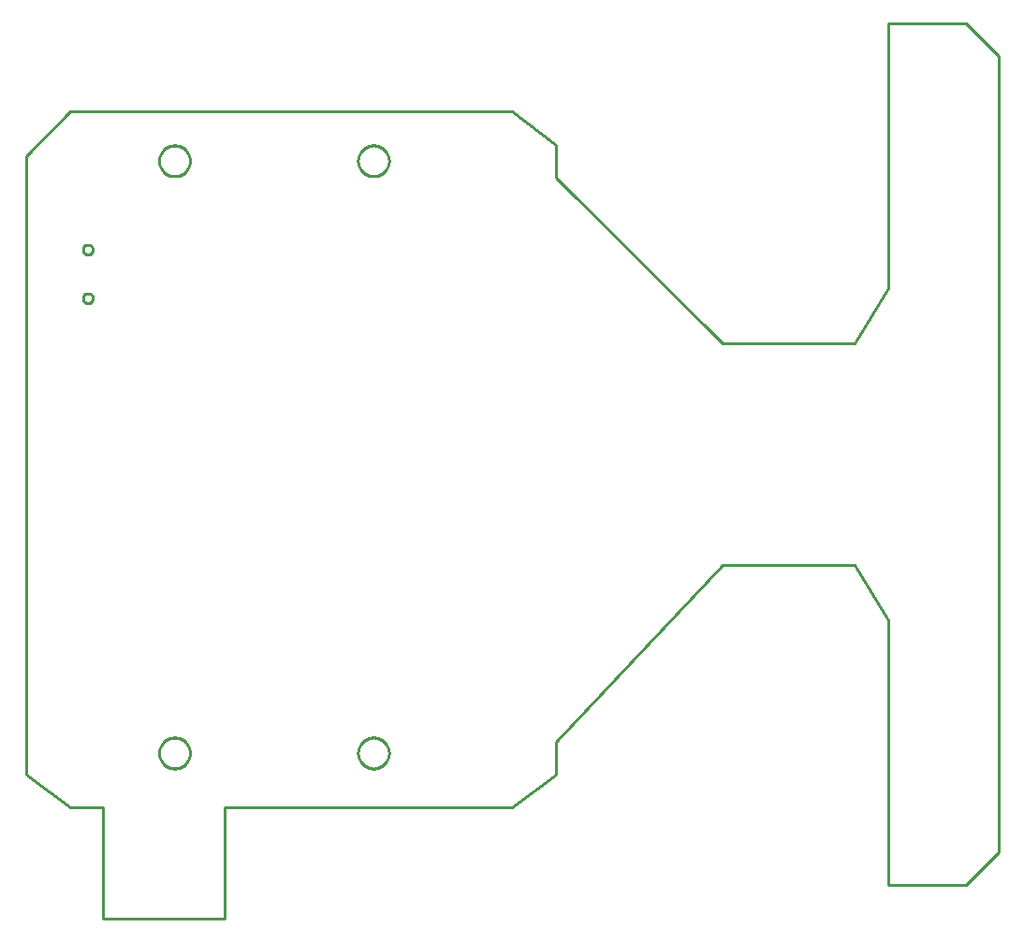
<source format=gbr>
G04 EAGLE Gerber RS-274X export*
G75*
%MOMM*%
%FSLAX34Y34*%
%LPD*%
%IN*%
%IPPOS*%
%AMOC8*
5,1,8,0,0,1.08239X$1,22.5*%
G01*
%ADD10C,0.254000*%


D10*
X0Y140000D02*
X40000Y110000D01*
X70000Y110000D01*
X70000Y10000D01*
X180000Y10000D01*
X180000Y110000D01*
X440000Y110000D01*
X480000Y140000D01*
X480000Y170000D01*
X630000Y330000D01*
X750000Y330000D01*
X780000Y280000D01*
X780000Y40000D01*
X850000Y40000D01*
X880000Y70000D01*
X880000Y790000D01*
X850000Y820000D01*
X780000Y820000D01*
X780000Y580000D01*
X750000Y530000D01*
X630000Y530000D01*
X480000Y680000D01*
X480000Y710000D01*
X440000Y740000D01*
X40000Y740000D01*
X0Y700000D01*
X0Y140000D01*
X60644Y614761D02*
X60567Y614176D01*
X60414Y613606D01*
X60189Y613061D01*
X59894Y612551D01*
X59535Y612083D01*
X59117Y611665D01*
X58649Y611306D01*
X58139Y611011D01*
X57594Y610786D01*
X57024Y610633D01*
X56439Y610556D01*
X55849Y610556D01*
X55264Y610633D01*
X54694Y610786D01*
X54149Y611011D01*
X53639Y611306D01*
X53171Y611665D01*
X52753Y612083D01*
X52394Y612551D01*
X52099Y613061D01*
X51874Y613606D01*
X51721Y614176D01*
X51644Y614761D01*
X51644Y615351D01*
X51721Y615936D01*
X51874Y616506D01*
X52099Y617051D01*
X52394Y617561D01*
X52753Y618029D01*
X53171Y618447D01*
X53639Y618806D01*
X54149Y619101D01*
X54694Y619326D01*
X55264Y619479D01*
X55849Y619556D01*
X56439Y619556D01*
X57024Y619479D01*
X57594Y619326D01*
X58139Y619101D01*
X58649Y618806D01*
X59117Y618447D01*
X59535Y618029D01*
X59894Y617561D01*
X60189Y617051D01*
X60414Y616506D01*
X60567Y615936D01*
X60644Y615351D01*
X60644Y614761D01*
X60644Y570761D02*
X60567Y570176D01*
X60414Y569606D01*
X60189Y569061D01*
X59894Y568551D01*
X59535Y568083D01*
X59117Y567665D01*
X58649Y567306D01*
X58139Y567011D01*
X57594Y566786D01*
X57024Y566633D01*
X56439Y566556D01*
X55849Y566556D01*
X55264Y566633D01*
X54694Y566786D01*
X54149Y567011D01*
X53639Y567306D01*
X53171Y567665D01*
X52753Y568083D01*
X52394Y568551D01*
X52099Y569061D01*
X51874Y569606D01*
X51721Y570176D01*
X51644Y570761D01*
X51644Y571351D01*
X51721Y571936D01*
X51874Y572506D01*
X52099Y573051D01*
X52394Y573561D01*
X52753Y574029D01*
X53171Y574447D01*
X53639Y574806D01*
X54149Y575101D01*
X54694Y575326D01*
X55264Y575479D01*
X55849Y575556D01*
X56439Y575556D01*
X57024Y575479D01*
X57594Y575326D01*
X58139Y575101D01*
X58649Y574806D01*
X59117Y574447D01*
X59535Y574029D01*
X59894Y573561D01*
X60189Y573051D01*
X60414Y572506D01*
X60567Y571936D01*
X60644Y571351D01*
X60644Y570761D01*
X148480Y694908D02*
X148409Y693911D01*
X148266Y692921D01*
X148054Y691944D01*
X147772Y690984D01*
X147423Y690047D01*
X147007Y689137D01*
X146528Y688260D01*
X145987Y687418D01*
X145388Y686618D01*
X144733Y685862D01*
X144026Y685155D01*
X143270Y684500D01*
X142470Y683901D01*
X141628Y683360D01*
X140751Y682881D01*
X139841Y682465D01*
X138904Y682116D01*
X137945Y681834D01*
X136967Y681622D01*
X135978Y681479D01*
X134980Y681408D01*
X133980Y681408D01*
X132983Y681479D01*
X131993Y681622D01*
X131016Y681834D01*
X130056Y682116D01*
X129119Y682465D01*
X128209Y682881D01*
X127332Y683360D01*
X126490Y683901D01*
X125690Y684500D01*
X124934Y685155D01*
X124227Y685862D01*
X123572Y686618D01*
X122973Y687418D01*
X122432Y688260D01*
X121953Y689137D01*
X121537Y690047D01*
X121188Y690984D01*
X120906Y691944D01*
X120694Y692921D01*
X120551Y693911D01*
X120480Y694908D01*
X120480Y695908D01*
X120551Y696906D01*
X120694Y697895D01*
X120906Y698873D01*
X121188Y699832D01*
X121537Y700769D01*
X121953Y701679D01*
X122432Y702556D01*
X122973Y703398D01*
X123572Y704198D01*
X124227Y704954D01*
X124934Y705661D01*
X125690Y706316D01*
X126490Y706915D01*
X127332Y707456D01*
X128209Y707935D01*
X129119Y708351D01*
X130056Y708700D01*
X131016Y708982D01*
X131993Y709194D01*
X132983Y709337D01*
X133980Y709408D01*
X134980Y709408D01*
X135978Y709337D01*
X136967Y709194D01*
X137945Y708982D01*
X138904Y708700D01*
X139841Y708351D01*
X140751Y707935D01*
X141628Y707456D01*
X142470Y706915D01*
X143270Y706316D01*
X144026Y705661D01*
X144733Y704954D01*
X145388Y704198D01*
X145987Y703398D01*
X146528Y702556D01*
X147007Y701679D01*
X147423Y700769D01*
X147772Y699832D01*
X148054Y698873D01*
X148266Y697895D01*
X148409Y696906D01*
X148480Y695908D01*
X148480Y694908D01*
X328480Y694908D02*
X328409Y693911D01*
X328266Y692921D01*
X328054Y691944D01*
X327772Y690984D01*
X327423Y690047D01*
X327007Y689137D01*
X326528Y688260D01*
X325987Y687418D01*
X325388Y686618D01*
X324733Y685862D01*
X324026Y685155D01*
X323270Y684500D01*
X322470Y683901D01*
X321628Y683360D01*
X320751Y682881D01*
X319841Y682465D01*
X318904Y682116D01*
X317945Y681834D01*
X316967Y681622D01*
X315978Y681479D01*
X314980Y681408D01*
X313980Y681408D01*
X312983Y681479D01*
X311993Y681622D01*
X311016Y681834D01*
X310056Y682116D01*
X309119Y682465D01*
X308209Y682881D01*
X307332Y683360D01*
X306490Y683901D01*
X305690Y684500D01*
X304934Y685155D01*
X304227Y685862D01*
X303572Y686618D01*
X302973Y687418D01*
X302432Y688260D01*
X301953Y689137D01*
X301537Y690047D01*
X301188Y690984D01*
X300906Y691944D01*
X300694Y692921D01*
X300551Y693911D01*
X300480Y694908D01*
X300480Y695908D01*
X300551Y696906D01*
X300694Y697895D01*
X300906Y698873D01*
X301188Y699832D01*
X301537Y700769D01*
X301953Y701679D01*
X302432Y702556D01*
X302973Y703398D01*
X303572Y704198D01*
X304227Y704954D01*
X304934Y705661D01*
X305690Y706316D01*
X306490Y706915D01*
X307332Y707456D01*
X308209Y707935D01*
X309119Y708351D01*
X310056Y708700D01*
X311016Y708982D01*
X311993Y709194D01*
X312983Y709337D01*
X313980Y709408D01*
X314980Y709408D01*
X315978Y709337D01*
X316967Y709194D01*
X317945Y708982D01*
X318904Y708700D01*
X319841Y708351D01*
X320751Y707935D01*
X321628Y707456D01*
X322470Y706915D01*
X323270Y706316D01*
X324026Y705661D01*
X324733Y704954D01*
X325388Y704198D01*
X325987Y703398D01*
X326528Y702556D01*
X327007Y701679D01*
X327423Y700769D01*
X327772Y699832D01*
X328054Y698873D01*
X328266Y697895D01*
X328409Y696906D01*
X328480Y695908D01*
X328480Y694908D01*
X300480Y159940D02*
X300551Y160938D01*
X300694Y161927D01*
X300906Y162905D01*
X301188Y163864D01*
X301537Y164801D01*
X301953Y165711D01*
X302432Y166588D01*
X302973Y167430D01*
X303572Y168230D01*
X304227Y168986D01*
X304934Y169693D01*
X305690Y170348D01*
X306490Y170947D01*
X307332Y171488D01*
X308209Y171967D01*
X309119Y172383D01*
X310056Y172732D01*
X311016Y173014D01*
X311993Y173226D01*
X312983Y173369D01*
X313980Y173440D01*
X314980Y173440D01*
X315978Y173369D01*
X316967Y173226D01*
X317945Y173014D01*
X318904Y172732D01*
X319841Y172383D01*
X320751Y171967D01*
X321628Y171488D01*
X322470Y170947D01*
X323270Y170348D01*
X324026Y169693D01*
X324733Y168986D01*
X325388Y168230D01*
X325987Y167430D01*
X326528Y166588D01*
X327007Y165711D01*
X327423Y164801D01*
X327772Y163864D01*
X328054Y162905D01*
X328266Y161927D01*
X328409Y160938D01*
X328480Y159940D01*
X328480Y158940D01*
X328409Y157943D01*
X328266Y156953D01*
X328054Y155976D01*
X327772Y155016D01*
X327423Y154079D01*
X327007Y153169D01*
X326528Y152292D01*
X325987Y151450D01*
X325388Y150650D01*
X324733Y149894D01*
X324026Y149187D01*
X323270Y148532D01*
X322470Y147933D01*
X321628Y147392D01*
X320751Y146913D01*
X319841Y146497D01*
X318904Y146148D01*
X317945Y145866D01*
X316967Y145654D01*
X315978Y145511D01*
X314980Y145440D01*
X313980Y145440D01*
X312983Y145511D01*
X311993Y145654D01*
X311016Y145866D01*
X310056Y146148D01*
X309119Y146497D01*
X308209Y146913D01*
X307332Y147392D01*
X306490Y147933D01*
X305690Y148532D01*
X304934Y149187D01*
X304227Y149894D01*
X303572Y150650D01*
X302973Y151450D01*
X302432Y152292D01*
X301953Y153169D01*
X301537Y154079D01*
X301188Y155016D01*
X300906Y155976D01*
X300694Y156953D01*
X300551Y157943D01*
X300480Y158940D01*
X300480Y159940D01*
X120480Y159940D02*
X120551Y160938D01*
X120694Y161927D01*
X120906Y162905D01*
X121188Y163864D01*
X121537Y164801D01*
X121953Y165711D01*
X122432Y166588D01*
X122973Y167430D01*
X123572Y168230D01*
X124227Y168986D01*
X124934Y169693D01*
X125690Y170348D01*
X126490Y170947D01*
X127332Y171488D01*
X128209Y171967D01*
X129119Y172383D01*
X130056Y172732D01*
X131016Y173014D01*
X131993Y173226D01*
X132983Y173369D01*
X133980Y173440D01*
X134980Y173440D01*
X135978Y173369D01*
X136967Y173226D01*
X137945Y173014D01*
X138904Y172732D01*
X139841Y172383D01*
X140751Y171967D01*
X141628Y171488D01*
X142470Y170947D01*
X143270Y170348D01*
X144026Y169693D01*
X144733Y168986D01*
X145388Y168230D01*
X145987Y167430D01*
X146528Y166588D01*
X147007Y165711D01*
X147423Y164801D01*
X147772Y163864D01*
X148054Y162905D01*
X148266Y161927D01*
X148409Y160938D01*
X148480Y159940D01*
X148480Y158940D01*
X148409Y157943D01*
X148266Y156953D01*
X148054Y155976D01*
X147772Y155016D01*
X147423Y154079D01*
X147007Y153169D01*
X146528Y152292D01*
X145987Y151450D01*
X145388Y150650D01*
X144733Y149894D01*
X144026Y149187D01*
X143270Y148532D01*
X142470Y147933D01*
X141628Y147392D01*
X140751Y146913D01*
X139841Y146497D01*
X138904Y146148D01*
X137945Y145866D01*
X136967Y145654D01*
X135978Y145511D01*
X134980Y145440D01*
X133980Y145440D01*
X132983Y145511D01*
X131993Y145654D01*
X131016Y145866D01*
X130056Y146148D01*
X129119Y146497D01*
X128209Y146913D01*
X127332Y147392D01*
X126490Y147933D01*
X125690Y148532D01*
X124934Y149187D01*
X124227Y149894D01*
X123572Y150650D01*
X122973Y151450D01*
X122432Y152292D01*
X121953Y153169D01*
X121537Y154079D01*
X121188Y155016D01*
X120906Y155976D01*
X120694Y156953D01*
X120551Y157943D01*
X120480Y158940D01*
X120480Y159940D01*
M02*

</source>
